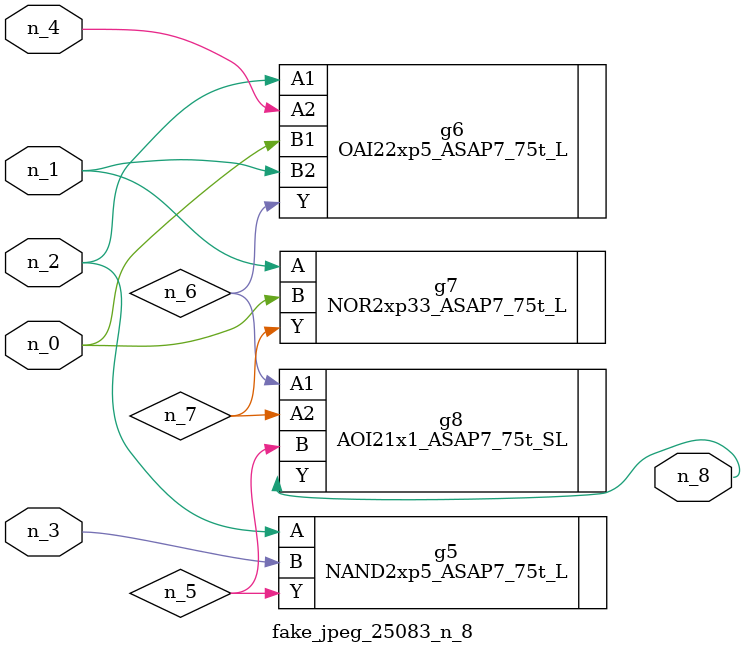
<source format=v>
module fake_jpeg_25083_n_8 (n_3, n_2, n_1, n_0, n_4, n_8);

input n_3;
input n_2;
input n_1;
input n_0;
input n_4;

output n_8;

wire n_6;
wire n_5;
wire n_7;

NAND2xp5_ASAP7_75t_L g5 ( 
.A(n_2),
.B(n_3),
.Y(n_5)
);

OAI22xp5_ASAP7_75t_L g6 ( 
.A1(n_2),
.A2(n_4),
.B1(n_0),
.B2(n_1),
.Y(n_6)
);

NOR2xp33_ASAP7_75t_L g7 ( 
.A(n_1),
.B(n_0),
.Y(n_7)
);

AOI21x1_ASAP7_75t_SL g8 ( 
.A1(n_6),
.A2(n_7),
.B(n_5),
.Y(n_8)
);


endmodule
</source>
